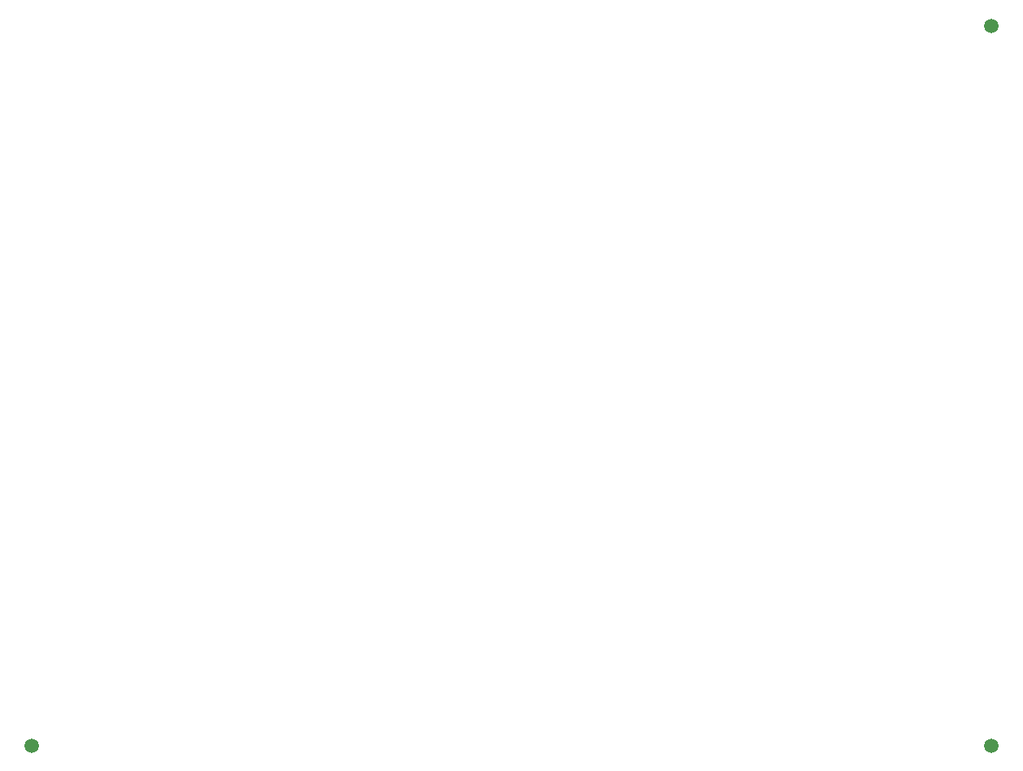
<source format=gbr>
G04 #@! TF.GenerationSoftware,KiCad,Pcbnew,7.0.6-7.0.6~ubuntu22.04.1*
G04 #@! TF.CreationDate,2023-07-18T11:05:32+02:00*
G04 #@! TF.ProjectId,YABR_Bot,59414252-5f42-46f7-942e-6b696361645f,1.0*
G04 #@! TF.SameCoordinates,Original*
G04 #@! TF.FileFunction,Other,ECO1*
%FSLAX46Y46*%
G04 Gerber Fmt 4.6, Leading zero omitted, Abs format (unit mm)*
G04 Created by KiCad (PCBNEW 7.0.6-7.0.6~ubuntu22.04.1) date 2023-07-18 11:05:32*
%MOMM*%
%LPD*%
G01*
G04 APERTURE LIST*
%ADD10C,1.500000*%
G04 APERTURE END LIST*
D10*
G04 #@! TO.C,FID3*
X125000000Y-22000000D03*
G04 #@! TD*
G04 #@! TO.C,FID2*
X125000000Y-97000000D03*
G04 #@! TD*
G04 #@! TO.C,FID1*
X25000000Y-97000000D03*
G04 #@! TD*
M02*

</source>
